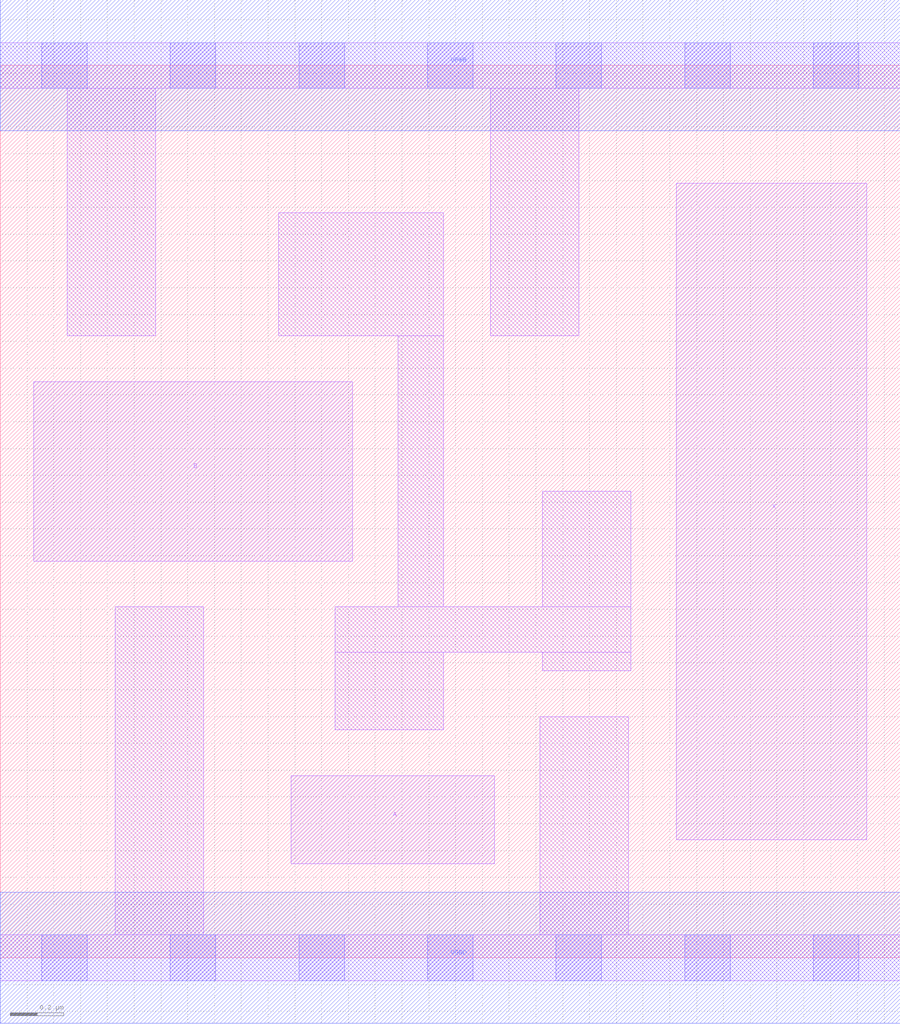
<source format=lef>
# Copyright 2020 The SkyWater PDK Authors
#
# Licensed under the Apache License, Version 2.0 (the "License");
# you may not use this file except in compliance with the License.
# You may obtain a copy of the License at
#
#     https://www.apache.org/licenses/LICENSE-2.0
#
# Unless required by applicable law or agreed to in writing, software
# distributed under the License is distributed on an "AS IS" BASIS,
# WITHOUT WARRANTIES OR CONDITIONS OF ANY KIND, either express or implied.
# See the License for the specific language governing permissions and
# limitations under the License.
#
# SPDX-License-Identifier: Apache-2.0

VERSION 5.7 ;
  NAMESCASESENSITIVE ON ;
  NOWIREEXTENSIONATPIN ON ;
  DIVIDERCHAR "/" ;
  BUSBITCHARS "[]" ;
UNITS
  DATABASE MICRONS 200 ;
END UNITS
MACRO sky130_fd_sc_lp__and2_lp
  CLASS CORE ;
  FOREIGN sky130_fd_sc_lp__and2_lp ;
  ORIGIN  0.000000  0.000000 ;
  SIZE  3.360000 BY  3.330000 ;
  SYMMETRY X Y R90 ;
  SITE unit ;
  PIN A
    ANTENNAGATEAREA  0.189000 ;
    DIRECTION INPUT ;
    USE SIGNAL ;
    PORT
      LAYER li1 ;
        RECT 1.085000 0.350000 1.845000 0.680000 ;
    END
  END A
  PIN B
    ANTENNAGATEAREA  0.189000 ;
    DIRECTION INPUT ;
    USE SIGNAL ;
    PORT
      LAYER li1 ;
        RECT 0.125000 1.480000 1.315000 2.150000 ;
    END
  END B
  PIN X
    ANTENNADIFFAREA  0.239400 ;
    DIRECTION OUTPUT ;
    USE SIGNAL ;
    PORT
      LAYER li1 ;
        RECT 2.525000 0.440000 3.235000 2.890000 ;
    END
  END X
  PIN VGND
    DIRECTION INOUT ;
    USE GROUND ;
    PORT
      LAYER met1 ;
        RECT 0.000000 -0.245000 3.360000 0.245000 ;
    END
  END VGND
  PIN VPWR
    DIRECTION INOUT ;
    USE POWER ;
    PORT
      LAYER met1 ;
        RECT 0.000000 3.085000 3.360000 3.575000 ;
    END
  END VPWR
  OBS
    LAYER li1 ;
      RECT 0.000000 -0.085000 3.360000 0.085000 ;
      RECT 0.000000  3.245000 3.360000 3.415000 ;
      RECT 0.250000  2.320000 0.580000 3.245000 ;
      RECT 0.430000  0.085000 0.760000 1.310000 ;
      RECT 1.040000  2.320000 1.655000 2.780000 ;
      RECT 1.250000  0.850000 1.655000 1.140000 ;
      RECT 1.250000  1.140000 2.355000 1.310000 ;
      RECT 1.485000  1.310000 1.655000 2.320000 ;
      RECT 1.830000  2.320000 2.160000 3.245000 ;
      RECT 2.015000  0.085000 2.345000 0.900000 ;
      RECT 2.025000  1.070000 2.355000 1.140000 ;
      RECT 2.025000  1.310000 2.355000 1.740000 ;
    LAYER mcon ;
      RECT 0.155000 -0.085000 0.325000 0.085000 ;
      RECT 0.155000  3.245000 0.325000 3.415000 ;
      RECT 0.635000 -0.085000 0.805000 0.085000 ;
      RECT 0.635000  3.245000 0.805000 3.415000 ;
      RECT 1.115000 -0.085000 1.285000 0.085000 ;
      RECT 1.115000  3.245000 1.285000 3.415000 ;
      RECT 1.595000 -0.085000 1.765000 0.085000 ;
      RECT 1.595000  3.245000 1.765000 3.415000 ;
      RECT 2.075000 -0.085000 2.245000 0.085000 ;
      RECT 2.075000  3.245000 2.245000 3.415000 ;
      RECT 2.555000 -0.085000 2.725000 0.085000 ;
      RECT 2.555000  3.245000 2.725000 3.415000 ;
      RECT 3.035000 -0.085000 3.205000 0.085000 ;
      RECT 3.035000  3.245000 3.205000 3.415000 ;
  END
END sky130_fd_sc_lp__and2_lp
END LIBRARY

</source>
